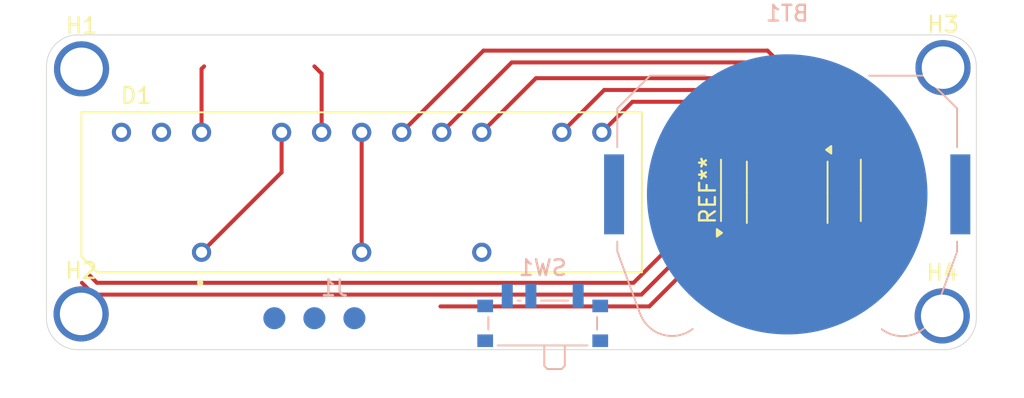
<source format=kicad_pcb>
(kicad_pcb (version 20240108) (generator "pcbnew") (generator_version "8.0")
  (layers (0 "F.Cu" signal) (31 "B.Cu" signal) (34 "B.Paste" user) (35 "F.Paste" user) (36 "B.SilkS" user "B.Silkscreen") (37 "F.SilkS" user "F.Silkscreen") (38 "B.Mask" user) (39 "F.Mask" user) (44 "Edge.Cuts" user))
  (net 0 "")
  (net 1 "CE")
  (net 2 "+3V3")
  (net 3 "GND")
  (net 4 "DIN")
  (net 5 "Net-(BT1-+)")
  (net 8 "BL")
  (net 9 "RS")
  (net 10 "CLK")
  (net 11 "UPDI")
  (footprint "DotMatrixBadge:MountingHole_Custom" (layer "F.Cu") (at 30.226 32.1564)
    (property "Reference" "H1" (at 0 -2.75 0) (layer "F.SilkS"))
    (property "Value" "MountingHole")
    (pad "1" thru_hole circle (at 0 0) (size 3.5 3.5) (drill 2.7) (layers "*.Cu" "*.Mask"))
  )
  (footprint "DotMatrixBadge:MountingHole_Custom" (layer "F.Cu") (at 30.2006 47.7266)
    (property "Reference" "H2" (at 0 -2.75 0) (layer "F.SilkS"))
    (property "Value" "MountingHole")
    (pad "1" thru_hole circle (at 0 0) (size 3.5 3.5) (drill 2.7) (layers "*.Cu" "*.Mask"))
  )
  (footprint "DotMatrixBadge:HCMS-291X" (layer "F.Cu") (at 48 40)
    (property "Reference" "D1" (at -14.31 -6.142 0) (layer "F.SilkS"))
    (property "Value" "HCMS-291X")
    (fp_line (start -17.78 -5.08) (end -17.78 4.08) (stroke (width 0.127)) (layer "F.SilkS"))
    (fp_line (start -17.78 4.08) (end -16.78 5.08) (stroke (width 0.127)) (layer "F.SilkS"))
    (fp_line (start -16.78 5.08) (end 17.78 5.08) (stroke (width 0.127)) (layer "F.SilkS"))
    (fp_line (start 17.78 -5.08) (end -17.78 -5.08) (stroke (width 0.127)) (layer "F.SilkS"))
    (fp_line (start 17.78 5.08) (end 17.78 -5.08) (stroke (width 0.127)) (layer "F.SilkS"))
    (fp_circle (center -10.25 5.75) (end -10.15 5.75) (stroke (width 0.2)) (fill none) (layer "F.SilkS"))
    (pad "3" thru_hole circle (at -10.16 3.81) (size 1.218 1.218) (drill 0.71) (layers "*.Cu" "*.Mask") (net 2 "+3V3"))
    (pad "7" thru_hole circle (at 0 3.81) (size 1.218 1.218) (drill 0.71) (layers "*.Cu" "*.Mask") (net 3 "GND"))
    (pad "10" thru_hole circle (at 7.62 3.81) (size 1.218 1.218) (drill 0.71) (layers "*.Cu" "*.Mask") (net 2 "+3V3"))
    (pad "14" thru_hole circle (at 15.24 -3.81) (size 1.218 1.218) (drill 0.71) (layers "*.Cu" "*.Mask") (net 4 "DIN"))
    (pad "15" thru_hole circle (at 12.7 -3.81) (size 1.218 1.218) (drill 0.71) (layers "*.Cu" "*.Mask") (net 9 "RS"))
    (pad "17" thru_hole circle (at 7.62 -3.81) (size 1.218 1.218) (drill 0.71) (layers "*.Cu" "*.Mask") (net 10 "CLK"))
    (pad "18" thru_hole circle (at 5.08 -3.81) (size 1.218 1.218) (drill 0.71) (layers "*.Cu" "*.Mask") (net 1 "CE"))
    (pad "19" thru_hole circle (at 2.54 -3.81) (size 1.218 1.218) (drill 0.71) (layers "*.Cu" "*.Mask") (net 8 "BL"))
    (pad "20" thru_hole circle (at 0 -3.81) (size 1.218 1.218) (drill 0.71) (layers "*.Cu" "*.Mask") (net 3 "GND"))
    (pad "21" thru_hole circle (at -2.54 -3.81) (size 1.218 1.218) (drill 0.71) (layers "*.Cu" "*.Mask") (net 2 "+3V3"))
    (pad "22" thru_hole circle (at -5.08 -3.81) (size 1.218 1.218) (drill 0.71) (layers "*.Cu" "*.Mask") (net 2 "+3V3"))
    (pad "24" thru_hole circle (at -10.16 -3.81) (size 1.218 1.218) (drill 0.71) (layers "*.Cu" "*.Mask") (net 3 "GND"))
    (pad "25" thru_hole circle (at -12.7 -3.81) (size 1.218 1.218) (drill 0.71) (layers "*.Cu" "*.Mask"))
    (pad "26" thru_hole circle (at -15.24 -3.81) (size 1.218 1.218) (drill 0.71) (layers "*.Cu" "*.Mask"))
  )
  (footprint "DotMatrixBadge:MountingHole_Custom" (layer "F.Cu") (at 84.8868 32.0802)
    (property "Reference" "H3" (at 0 -2.75 0) (layer "F.SilkS"))
    (property "Value" "MountingHole")
    (pad "1" thru_hole circle (at 0 0) (size 3.5 3.5) (drill 2.7) (layers "*.Cu" "*.Mask"))
  )
  (footprint "DotMatrixBadge:MountingHole_Custom" (layer "F.Cu") (at 84.836 47.8536)
    (property "Reference" "H4" (at 0 -2.75 0) (layer "F.SilkS"))
    (property "Value" "MountingHole")
    (pad "1" thru_hole circle (at 0 0) (size 3.5 3.5) (drill 2.7) (layers "*.Cu" "*.Mask"))
  )
  (footprint "Package_SO:SOIC-14_3.9x8.7mm_P1.27mm" (layer "F.Cu") (at 75.2348 39.878 90)
    (property "Reference" "REF**" (at 0 -5.28 90) (layer "F.SilkS"))
    (property "Value" "SOIC-14_3.9x8.7mm_P1.27mm")
    (fp_line (start 0 -4.435) (end -1.95 -4.435) (stroke (width 0.12)) (layer "F.SilkS"))
    (fp_line (start 0 -4.435) (end 1.949999 -4.434999) (stroke (width 0.12)) (layer "F.SilkS"))
    (fp_line (start 0 4.435) (end -1.949999 4.434999) (stroke (width 0.12)) (layer "F.SilkS"))
    (fp_line (start 0 4.435) (end 1.95 4.435) (stroke (width 0.12)) (layer "F.SilkS"))
    (fp_poly (pts (xy -2.7 -4.37) (xy -2.94 -4.7) (xy -2.46 -4.7) (xy -2.7 -4.37)) (stroke (width 0.12)) (fill solid) (layer "F.SilkS"))
    (pad "1" smd roundrect (at -2.475 -3.810001 90) (size 1.95 0.6) (layers "F.Cu" "F.Paste" "F.Mask"))
    (pad "2" smd roundrect (at -2.475 -2.540001 90) (size 1.95 0.6) (layers "F.Cu" "F.Paste" "F.Mask"))
    (pad "3" smd roundrect (at -2.474999 -1.270001 90) (size 1.95 0.6) (layers "F.Cu" "F.Paste" "F.Mask"))
    (pad "4" smd roundrect (at -2.475 -0.000001 90) (size 1.95 0.6) (layers "F.Cu" "F.Paste" "F.Mask"))
    (pad "5" smd roundrect (at -2.475 1.27 90) (size 1.95 0.6) (layers "F.Cu" "F.Paste" "F.Mask"))
    (pad "6" smd roundrect (at -2.475 2.54 90) (size 1.95 0.6) (layers "F.Cu" "F.Paste" "F.Mask"))
    (pad "7" smd roundrect (at -2.475 3.81 90) (size 1.95 0.6) (layers "F.Cu" "F.Paste" "F.Mask"))
    (pad "8" smd roundrect (at 2.475 3.810001 90) (size 1.95 0.6) (layers "F.Cu" "F.Paste" "F.Mask"))
    (pad "9" smd roundrect (at 2.475 2.540001 90) (size 1.95 0.6) (layers "F.Cu" "F.Paste" "F.Mask"))
    (pad "10" smd roundrect (at 2.474999 1.270001 90) (size 1.95 0.6) (layers "F.Cu" "F.Paste" "F.Mask"))
    (pad "11" smd roundrect (at 2.475 0.000001 90) (size 1.95 0.6) (layers "F.Cu" "F.Paste" "F.Mask"))
    (pad "12" smd roundrect (at 2.475 -1.27 90) (size 1.95 0.6) (layers "F.Cu" "F.Paste" "F.Mask"))
    (pad "13" smd roundrect (at 2.475 -2.54 90) (size 1.95 0.6) (layers "F.Cu" "F.Paste" "F.Mask"))
    (pad "14" smd roundrect (at 2.475 -3.81 90) (size 1.95 0.6) (layers "F.Cu" "F.Paste" "F.Mask"))
  )
  (footprint "Package_SO:SOIC-8_3.9x4.9mm_P1.27mm" (layer "F.Cu") (at 75 40 -90)
    (property "Reference" "U1" (hide yes))
    (property "Value" "ATtiny402-SS")
    (fp_line (start 0 2.560001) (end 1.950001 2.560001) (stroke (width 0.12)) (layer "F.SilkS"))
    (fp_line (start 0 2.560001) (end -1.95 2.56) (stroke (width 0.12)) (layer "F.SilkS"))
    (fp_line (start 0 -2.560001) (end 1.95 -2.56) (stroke (width 0.12)) (layer "F.SilkS"))
    (fp_line (start 0 -2.560001) (end -1.950001 -2.560001) (stroke (width 0.12)) (layer "F.SilkS"))
    (fp_poly (pts (xy -2.7 -2.465) (xy -2.94 -2.794998) (xy -2.459999 -2.795) (xy -2.7 -2.465)) (stroke (width 0.12)) (fill solid) (layer "F.SilkS"))
    (pad "1" smd roundrect (at -2.475 -1.905 270) (size 1.95 0.6) (layers "F.Cu" "F.Paste" "F.Mask") (net 2 "+3V3"))
    (pad "2" smd roundrect (at -2.475 -0.635 270) (size 1.95 0.6) (layers "F.Cu" "F.Paste" "F.Mask") (net 10 "CLK"))
    (pad "3" smd roundrect (at -2.475001 0.634999 270) (size 1.95 0.6) (layers "F.Cu" "F.Paste" "F.Mask") (net 9 "RS"))
    (pad "4" smd roundrect (at -2.475 1.905 270) (size 1.95 0.6) (layers "F.Cu" "F.Paste" "F.Mask") (net 4 "DIN"))
    (pad "5" smd roundrect (at 2.475 1.905 270) (size 1.95 0.6) (layers "F.Cu" "F.Paste" "F.Mask") (net 8 "BL"))
    (pad "6" smd roundrect (at 2.475 0.635 270) (size 1.95 0.6) (layers "F.Cu" "F.Paste" "F.Mask") (net 11 "UPDI"))
    (pad "7" smd roundrect (at 2.475001 -0.634999 270) (size 1.95 0.6) (layers "F.Cu" "F.Paste" "F.Mask") (net 1 "CE"))
    (pad "8" smd roundrect (at 2.475 -1.905 270) (size 1.95 0.6) (layers "F.Cu" "F.Paste" "F.Mask") (net 3 "GND"))
  )
  (footprint "Button_Switch_SMD:SW_SPDT_PCM12" (layer "B.Cu") (at 59.4868 48 180)
    (property "Reference" "SW1" (at 0 3.2 0) (layer "B.SilkS") (effects (justify mirror)))
    (property "Value" "SW_SPST")
    (fp_line (start 3.45 0.07) (end 3.45 -0.72) (stroke (width 0.12)) (layer "B.SilkS"))
    (fp_line (start 2.85 -1.73) (end -2.85 -1.73) (stroke (width 0.12)) (layer "B.SilkS"))
    (fp_line (start 1.6 1.12) (end 1.4 1.12) (stroke (width 0.12)) (layer "B.SilkS"))
    (fp_line (start 0.1 1.12) (end -1.6 1.12) (stroke (width 0.12)) (layer "B.SilkS"))
    (fp_line (start -0.1 -1.73) (end -0.1 -3.02) (stroke (width 0.12)) (layer "B.SilkS"))
    (fp_line (start -0.3 -3.23) (end -0.1 -3.02) (stroke (width 0.12)) (layer "B.SilkS"))
    (fp_line (start -0.3 -3.23) (end -1.2 -3.23) (stroke (width 0.12)) (layer "B.SilkS"))
    (fp_line (start -1.2 -3.23) (end -1.4 -3.02) (stroke (width 0.12)) (layer "B.SilkS"))
    (fp_line (start -1.4 -3.02) (end -1.4 -1.73) (stroke (width 0.12)) (layer "B.SilkS"))
    (fp_line (start -3.45 -0.72) (end -3.45 0.07) (stroke (width 0.12)) (layer "B.SilkS"))
    (pad "" smd rect (at -3.65 -1.43 180) (size 1 0.8) (layers "B.Cu" "B.Paste" "B.Mask"))
    (pad "" smd rect (at -3.65 0.78 180) (size 1 0.8) (layers "B.Cu" "B.Paste" "B.Mask"))
    (pad "" np_thru_hole circle (at -1.5 -0.33 180) (size 0.9 0.9) (drill 0.9) (layers "*.Cu" "*.Mask"))
    (pad "" np_thru_hole circle (at 1.5 -0.33 180) (size 0.9 0.9) (drill 0.9) (layers "*.Cu" "*.Mask"))
    (pad "" smd rect (at 3.65 -1.43 180) (size 1 0.8) (layers "B.Cu" "B.Paste" "B.Mask"))
    (pad "" smd rect (at 3.65 0.78 180) (size 1 0.8) (layers "B.Cu" "B.Paste" "B.Mask"))
    (pad "1" smd rect (at -2.25 1.43 180) (size 0.7 1.5) (layers "B.Cu" "B.Paste" "B.Mask") (net 2 "+3V3"))
    (pad "2" smd rect (at 0.75 1.43 180) (size 0.7 1.5) (layers "B.Cu" "B.Paste" "B.Mask") (net 5 "Net-(BT1-+)"))
    (pad "3" smd rect (at 2.25 1.43 180) (size 0.7 1.5) (layers "B.Cu" "B.Paste" "B.Mask"))
  )
  (footprint "Battery:BatteryHolder_Keystone_3034_1x20mm" (layer "B.Cu") (at 75 40.132 180)
    (property "Reference" "BT1" (at 0 11.5 0) (layer "B.SilkS") (effects (justify mirror)))
    (property "Value" "Battery_Cell")
    (fp_line (start 10.78 5.46) (end 8.7 7.54) (stroke (width 0.12)) (layer "B.SilkS"))
    (fp_line (start 10.78 3) (end 10.78 5.46) (stroke (width 0.12)) (layer "B.SilkS"))
    (fp_line (start 10.78 -3.63) (end 10.78 -3) (stroke (width 0.12)) (layer "B.SilkS"))
    (fp_line (start 9.34 -7.58) (end 10.78 -3.63) (stroke (width 0.12)) (layer "B.SilkS"))
    (fp_line (start 5.2 7.54) (end 8.7 7.54) (stroke (width 0.12)) (layer "B.SilkS"))
    (fp_line (start -8.7 7.54) (end -5.2 7.54) (stroke (width 0.12)) (layer "B.SilkS"))
    (fp_line (start -9.34 -7.58) (end -10.78 -3.63) (stroke (width 0.12)) (layer "B.SilkS"))
    (fp_line (start -10.78 5.46) (end -8.7 7.54) (stroke (width 0.12)) (layer "B.SilkS"))
    (fp_line (start -10.78 3) (end -10.78 5.46) (stroke (width 0.12)) (layer "B.SilkS"))
    (fp_line (start -10.78 -3.63) (end -10.78 -3) (stroke (width 0.12)) (layer "B.SilkS"))
    (fp_arc (start 6 -8.55) (mid 7.90634 -8.911669) (end 9.325243 -7.588169) (stroke (width 0.12)) (layer "B.SilkS"))
    (fp_arc (start -9.34 -7.58) (mid -7.921654 -8.918738) (end -6.003354 -8.56653) (stroke (width 0.12)) (layer "B.SilkS"))
    (pad "1" smd rect (at -10.985 0 180) (size 1.27 5.08) (layers "B.Cu" "B.Paste" "B.Mask") (net 5 "Net-(BT1-+)"))
    (pad "1" smd rect (at 10.985 0 180) (size 1.27 5.08) (layers "B.Cu" "B.Paste" "B.Mask") (net 5 "Net-(BT1-+)"))
    (pad "2" smd circle (at 0 0 180) (size 17.8 17.8) (layers "B.Cu" "B.Mask") (net 3 "GND"))
  )
  (footprint "DotMatrixBadge:UPDI_Pads" (layer "B.Cu") (at 47.54 48 180)
    (property "Reference" "J1" (at 1.27 1.92 0) (layer "B.SilkS") (effects (justify mirror)))
    (property "Value" "AVR-UPDI-6" (hide yes))
    (pad "1" smd circle (at 0 0 180) (size 1.4 1.4) (layers "B.Cu" "B.Mask") (net 11 "UPDI"))
    (pad "2" smd circle (at 2.54 0 180) (size 1.4 1.4) (layers "B.Cu" "B.Mask") (net 2 "+3V3"))
    (pad "6" smd circle (at 5.08 0 180) (size 1.4 1.4) (layers "B.Cu" "B.Mask") (net 3 "GND"))
  )
  (gr_line (start 30 50) (end 85 50) (stroke (width 0.05)) (layer "Edge.Cuts"))
  (gr_arc (start 30 50) (mid 28.585786 49.414214) (end 28 48) (stroke (width 0.05)) (layer "Edge.Cuts"))
  (gr_line (start 87 32) (end 87 48) (stroke (width 0.05)) (layer "Edge.Cuts"))
  (gr_arc (start 28 32) (mid 28.585786 30.585786) (end 30 30) (stroke (width 0.05)) (layer "Edge.Cuts"))
  (gr_arc (start 87 48) (mid 86.414214 49.414214) (end 85 50) (stroke (width 0.05)) (layer "Edge.Cuts"))
  (gr_line (start 30 30) (end 85 30) (stroke (width 0.05)) (layer "Edge.Cuts"))
  (gr_arc (start 85 30) (mid 86.414214 30.585786) (end 87 32) (stroke (width 0.05)) (layer "Edge.Cuts"))
  (gr_line (start 28 32) (end 28 48) (stroke (width 0.05)) (layer "Edge.Cuts"))
  (segment (start 57.52 31.75) (end 53.08 36.19) (width 0.254) (layer "F.Cu") (net 1))
  (segment (start 76.434999 44.25) (end 77.5 44.25) (width 0.254) (layer "F.Cu") (net 1))
  (segment (start 75.634999 43.45) (end 76.434999 44.25) (width 0.254) (layer "F.Cu") (net 1))
  (segment (start 75.634999 42.475001) (end 75.634999 43.45) (width 0.254) (layer "F.Cu") (net 1))
  (segment (start 78.25 43.5) (end 78.25 36.5) (width 0.254) (layer "F.Cu") (net 1))
  (segment (start 78.25 36.5) (end 73.5 31.75) (width 0.254) (layer "F.Cu") (net 1))
  (segment (start 73.5 31.75) (end 57.52 31.75) (width 0.254) (layer "F.Cu") (net 1))
  (segment (start 77.5 44.25) (end 78.25 43.5) (width 0.254) (layer "F.Cu") (net 1))
  (segment (start 76.905 37.525) (end 76.905 38.499999) (width 0.254) (layer "F.Cu") (net 2))
  (segment (start 76.905 38.499999) (end 75.904999 39.5) (width 0.254) (layer "F.Cu") (net 2))
  (segment (start 31.204 45.75) (end 30.75 45.296) (width 0.254) (layer "F.Cu") (net 2))
  (segment (start 42.92 36.19) (end 42.92 38.73) (width 0.254) (layer "F.Cu") (net 2))
  (segment (start 65.25 45.75) (end 31.204 45.75) (width 0.254) (layer "F.Cu") (net 2))
  (segment (start 45.46 36.19) (end 45.46 32.46) (width 0.254) (layer "F.Cu") (net 2))
  (segment (start 42.92 38.73) (end 37.84 43.81) (width 0.254) (layer "F.Cu") (net 2))
  (segment (start 71.5 39.5) (end 65.25 45.75) (width 0.254) (layer "F.Cu") (net 2))
  (segment (start 45.46 32.46) (end 45 32) (width 0.254) (layer "F.Cu") (net 2))
  (segment (start 75.904999 39.5) (end 71.5 39.5) (width 0.254) (layer "F.Cu") (net 2))
  (segment (start 76.905 42.475) (end 76.905 41.500001) (width 0.254) (layer "F.Cu") (net 3))
  (segment (start 37.84 36.19) (end 37.84 32.16) (width 0.254) (layer "F.Cu") (net 3))
  (segment (start 72 40.25) (end 65.75 46.5) (width 0.254) (layer "F.Cu") (net 3))
  (segment (start 76.905 41.500001) (end 75.654999 40.25) (width 0.254) (layer "F.Cu") (net 3))
  (segment (start 75.654999 40.25) (end 72 40.25) (width 0.254) (layer "F.Cu") (net 3))
  (segment (start 65.75 46.5) (end 31 46.5) (width 0.254) (layer "F.Cu") (net 3))
  (segment (start 37.84 32.16) (end 38 32) (width 0.254) (layer "F.Cu") (net 3))
  (segment (start 31 46.5) (end 30.25 45.75) (width 0.254) (layer "F.Cu") (net 3))
  (segment (start 48 36.19) (end 48 43.81) (width 0.254) (layer "F.Cu") (net 3))
  (segment (start 70.75 34.25) (end 65.18 34.25) (width 0.254) (layer "F.Cu") (net 4))
  (segment (start 73.095 36.595) (end 70.75 34.25) (width 0.254) (layer "F.Cu") (net 4))
  (segment (start 65.18 34.25) (end 63.24 36.19) (width 0.254) (layer "F.Cu") (net 4))
  (segment (start 73.095 37.525) (end 73.095 36.595) (width 0.254) (layer "F.Cu") (net 4))
  (segment (start 79 36.25) (end 73.75 31) (width 0.254) (layer "F.Cu") (net 8))
  (segment (start 77.75 45) (end 79 43.75) (width 0.254) (layer "F.Cu") (net 8))
  (segment (start 73.75 31) (end 55.73 31) (width 0.254) (layer "F.Cu") (net 8))
  (segment (start 55.73 31) (end 50.54 36.19) (width 0.254) (layer "F.Cu") (net 8))
  (segment (start 73.095 42.475) (end 73.095 43.449999) (width 0.254) (layer "F.Cu") (net 8))
  (segment (start 74.645001 45) (end 77.75 45) (width 0.254) (layer "F.Cu") (net 8))
  (segment (start 73.095 43.449999) (end 74.645001 45) (width 0.254) (layer "F.Cu") (net 8))
  (segment (start 79 43.75) (end 79 36.25) (width 0.254) (layer "F.Cu") (net 8))
  (segment (start 63.39 33.5) (end 60.7 36.19) (width 0.254) (layer "F.Cu") (net 9))
  (segment (start 74.365001 37.524999) (end 74.365001 36.55) (width 0.254) (layer "F.Cu") (net 9))
  (segment (start 71.315001 33.5) (end 63.39 33.5) (width 0.254) (layer "F.Cu") (net 9))
  (segment (start 74.365001 36.55) (end 71.315001 33.5) (width 0.254) (layer "F.Cu") (net 9))
  (segment (start 59.06 32.75) (end 55.62 36.19) (width 0.254) (layer "F.Cu") (net 10))
  (segment (start 75.635 36.550001) (end 71.834999 32.75) (width 0.254) (layer "F.Cu") (net 10))
  (segment (start 71.834999 32.75) (end 59.06 32.75) (width 0.254) (layer "F.Cu") (net 10))
  (segment (start 75.635 37.525) (end 75.635 36.550001) (width 0.254) (layer "F.Cu") (net 10))
  (segment (start 72.5 41) (end 66.25 47.25) (width 0.254) (layer "F.Cu") (net 11))
  (segment (start 66.25 47.25) (end 53 47.25) (width 0.254) (layer "F.Cu") (net 11))
  (segment (start 74.365 41.500001) (end 73.864999 41) (width 0.254) (layer "F.Cu") (net 11))
  (segment (start 73.864999 41) (end 72.5 41) (width 0.254) (layer "F.Cu") (net 11))
  (segment (start 74.365 42.475) (end 74.365 41.500001) (width 0.254) (layer "F.Cu") (net 11))
)
</source>
